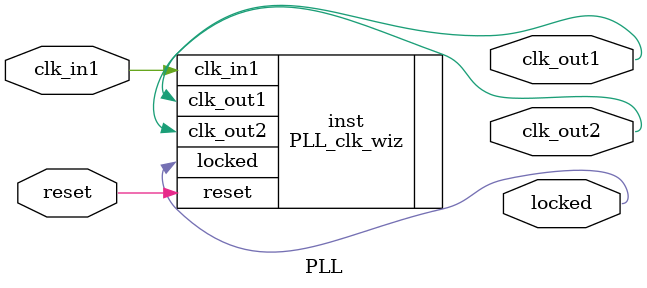
<source format=v>


`timescale 1ps/1ps

(* CORE_GENERATION_INFO = "PLL,clk_wiz_v5_4_1_0,{component_name=PLL,use_phase_alignment=true,use_min_o_jitter=false,use_max_i_jitter=false,use_dyn_phase_shift=false,use_inclk_switchover=false,use_dyn_reconfig=false,enable_axi=0,feedback_source=FDBK_AUTO,PRIMITIVE=MMCM,num_out_clk=2,clkin1_period=5.000,clkin2_period=10.000,use_power_down=false,use_reset=true,use_locked=true,use_inclk_stopped=false,feedback_type=SINGLE,CLOCK_MGR_TYPE=NA,manual_override=false}" *)

module PLL 
 (
  // Clock out ports
  output        clk_out1,
  output        clk_out2,
  // Status and control signals
  input         reset,
  output        locked,
 // Clock in ports
  input         clk_in1
 );

  PLL_clk_wiz inst
  (
  // Clock out ports  
  .clk_out1(clk_out1),
  .clk_out2(clk_out2),
  // Status and control signals               
  .reset(reset), 
  .locked(locked),
 // Clock in ports
  .clk_in1(clk_in1)
  );

endmodule

</source>
